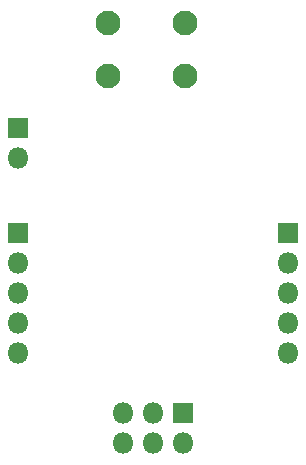
<source format=gbr>
%TF.GenerationSoftware,KiCad,Pcbnew,(5.1.6-0-10_14)*%
%TF.CreationDate,2020-10-01T20:26:03+09:00*%
%TF.ProjectId,hawk,6861776b-2e6b-4696-9361-645f70636258,rev?*%
%TF.SameCoordinates,Original*%
%TF.FileFunction,Soldermask,Bot*%
%TF.FilePolarity,Negative*%
%FSLAX46Y46*%
G04 Gerber Fmt 4.6, Leading zero omitted, Abs format (unit mm)*
G04 Created by KiCad (PCBNEW (5.1.6-0-10_14)) date 2020-10-01 20:26:03*
%MOMM*%
%LPD*%
G01*
G04 APERTURE LIST*
%ADD10C,2.100000*%
%ADD11O,1.800000X1.800000*%
%ADD12R,1.800000X1.800000*%
G04 APERTURE END LIST*
D10*
%TO.C,SW1*%
X118260000Y-88900000D03*
X118260000Y-93400000D03*
X111760000Y-88900000D03*
X111760000Y-93400000D03*
%TD*%
D11*
%TO.C,J3*%
X104140000Y-100330000D03*
D12*
X104140000Y-97790000D03*
%TD*%
D11*
%TO.C,J2*%
X127000000Y-116840000D03*
X127000000Y-114300000D03*
X127000000Y-111760000D03*
X127000000Y-109220000D03*
D12*
X127000000Y-106680000D03*
%TD*%
D11*
%TO.C,J1*%
X104140000Y-116840000D03*
X104140000Y-114300000D03*
X104140000Y-111760000D03*
X104140000Y-109220000D03*
D12*
X104140000Y-106680000D03*
%TD*%
D11*
%TO.C,J0*%
X113030000Y-124460000D03*
X113030000Y-121920000D03*
X115570000Y-124460000D03*
X115570000Y-121920000D03*
X118110000Y-124460000D03*
D12*
X118110000Y-121920000D03*
%TD*%
M02*

</source>
